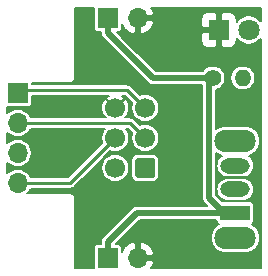
<source format=gbr>
%TF.GenerationSoftware,KiCad,Pcbnew,(5.1.8)-1*%
%TF.CreationDate,2021-11-16T13:30:18-08:00*%
%TF.ProjectId,ISPwPower,49535077-506f-4776-9572-2e6b69636164,rev?*%
%TF.SameCoordinates,Original*%
%TF.FileFunction,Copper,L1,Top*%
%TF.FilePolarity,Positive*%
%FSLAX46Y46*%
G04 Gerber Fmt 4.6, Leading zero omitted, Abs format (unit mm)*
G04 Created by KiCad (PCBNEW (5.1.8)-1) date 2021-11-16 13:30:18*
%MOMM*%
%LPD*%
G01*
G04 APERTURE LIST*
%TA.AperFunction,ComponentPad*%
%ADD10O,1.400000X1.400000*%
%TD*%
%TA.AperFunction,ComponentPad*%
%ADD11C,1.400000*%
%TD*%
%TA.AperFunction,ComponentPad*%
%ADD12R,1.700000X1.700000*%
%TD*%
%TA.AperFunction,ComponentPad*%
%ADD13O,1.700000X1.700000*%
%TD*%
%TA.AperFunction,ComponentPad*%
%ADD14R,1.800000X1.800000*%
%TD*%
%TA.AperFunction,ComponentPad*%
%ADD15C,1.800000*%
%TD*%
%TA.AperFunction,ComponentPad*%
%ADD16C,1.700000*%
%TD*%
%TA.AperFunction,ComponentPad*%
%ADD17R,2.500000X1.300000*%
%TD*%
%TA.AperFunction,ComponentPad*%
%ADD18O,2.500000X1.300000*%
%TD*%
%TA.AperFunction,ComponentPad*%
%ADD19O,3.500001X1.900000*%
%TD*%
%TA.AperFunction,ViaPad*%
%ADD20C,1.270000*%
%TD*%
%TA.AperFunction,Conductor*%
%ADD21C,0.254000*%
%TD*%
%TA.AperFunction,Conductor*%
%ADD22C,0.508000*%
%TD*%
%TA.AperFunction,Conductor*%
%ADD23C,0.177800*%
%TD*%
%TA.AperFunction,Conductor*%
%ADD24C,0.100000*%
%TD*%
G04 APERTURE END LIST*
D10*
%TO.P,R1,2*%
%TO.N,Net-(D1-Pad2)*%
X168910000Y-95250000D03*
D11*
%TO.P,R1,1*%
%TO.N,/Vin*%
X166370000Y-95250000D03*
%TD*%
D12*
%TO.P,J4,1*%
%TO.N,/RES*%
X149860000Y-96520000D03*
D13*
%TO.P,J4,2*%
%TO.N,/SCK*%
X149860000Y-99060000D03*
%TO.P,J4,3*%
%TO.N,/MISO*%
X149860000Y-101600000D03*
%TO.P,J4,4*%
%TO.N,/MOSI*%
X149860000Y-104140000D03*
%TD*%
D12*
%TO.P,J3,1*%
%TO.N,/Vin*%
X157480000Y-110490000D03*
D13*
%TO.P,J3,2*%
%TO.N,GND*%
X160020000Y-110490000D03*
%TD*%
D12*
%TO.P,J2,1*%
%TO.N,/Vin*%
X157480000Y-90170000D03*
D13*
%TO.P,J2,2*%
%TO.N,GND*%
X160020000Y-90170000D03*
%TD*%
D14*
%TO.P,D1,1*%
%TO.N,GND*%
X166878000Y-91186000D03*
D15*
%TO.P,D1,2*%
%TO.N,Net-(D1-Pad2)*%
X169418000Y-91186000D03*
%TD*%
D16*
%TO.P,J1,6*%
%TO.N,GND*%
X158115000Y-97790000D03*
%TO.P,J1,4*%
%TO.N,/MOSI*%
X158115000Y-100330000D03*
%TO.P,J1,2*%
%TO.N,+V*%
X158115000Y-102870000D03*
%TO.P,J1,5*%
%TO.N,/RES*%
X160655000Y-97790000D03*
%TO.P,J1,3*%
%TO.N,/SCK*%
X160655000Y-100330000D03*
%TO.P,J1,1*%
%TO.N,/MISO*%
%TA.AperFunction,ComponentPad*%
G36*
G01*
X161505000Y-102270000D02*
X161505000Y-103470000D01*
G75*
G02*
X161255000Y-103720000I-250000J0D01*
G01*
X160055000Y-103720000D01*
G75*
G02*
X159805000Y-103470000I0J250000D01*
G01*
X159805000Y-102270000D01*
G75*
G02*
X160055000Y-102020000I250000J0D01*
G01*
X161255000Y-102020000D01*
G75*
G02*
X161505000Y-102270000I0J-250000D01*
G01*
G37*
%TD.AperFunction*%
%TD*%
D17*
%TO.P,SW1,1*%
%TO.N,/Vin*%
X168275000Y-106680000D03*
D18*
%TO.P,SW1,2*%
%TO.N,+V*%
X168275000Y-104680000D03*
%TO.P,SW1,3*%
%TO.N,Net-(SW1-Pad3)*%
X168275000Y-102680000D03*
D19*
%TO.P,SW1,*%
%TO.N,*%
X168275000Y-108780000D03*
X168275000Y-100580000D03*
%TD*%
D20*
%TO.N,GND*%
X153035000Y-103124000D03*
%TD*%
D21*
%TO.N,/MOSI*%
X154305000Y-104140000D02*
X151130000Y-104140000D01*
X158115000Y-100330000D02*
X154305000Y-104140000D01*
X151130000Y-104140000D02*
X149860000Y-104140000D01*
%TO.N,/RES*%
X150114000Y-96266000D02*
X149860000Y-96520000D01*
X159131000Y-96266000D02*
X150114000Y-96266000D01*
X160655000Y-97790000D02*
X159131000Y-96266000D01*
%TO.N,/SCK*%
X149949799Y-99149799D02*
X149860000Y-99060000D01*
X160655000Y-100330000D02*
X159385000Y-99060000D01*
X159385000Y-99060000D02*
X149860000Y-99060000D01*
%TO.N,/MISO*%
X149670617Y-102057209D02*
X149860000Y-102057209D01*
D22*
%TO.N,/Vin*%
X157480000Y-110490000D02*
X157734000Y-110490000D01*
X157480000Y-110490000D02*
X157480000Y-109132000D01*
X159932000Y-106680000D02*
X157480000Y-109132000D01*
X168275000Y-106680000D02*
X159932000Y-106680000D01*
X167337790Y-106680000D02*
X168275000Y-106680000D01*
X166067790Y-105410000D02*
X167337790Y-106680000D01*
X166067790Y-95552210D02*
X166067790Y-105410000D01*
X166370000Y-95250000D02*
X166067790Y-95552210D01*
X157480000Y-91440000D02*
X157480000Y-90170000D01*
X161290000Y-95250000D02*
X157480000Y-91440000D01*
X166370000Y-95250000D02*
X161290000Y-95250000D01*
%TD*%
D23*
%TO.N,GND*%
X156285441Y-89320000D02*
X156285441Y-91020000D01*
X156292062Y-91087220D01*
X156311669Y-91151857D01*
X156343510Y-91211427D01*
X156386360Y-91263640D01*
X156438573Y-91306490D01*
X156498143Y-91338331D01*
X156562780Y-91357938D01*
X156630000Y-91364559D01*
X156883100Y-91364559D01*
X156883100Y-91410688D01*
X156880213Y-91440000D01*
X156883100Y-91469311D01*
X156883100Y-91469321D01*
X156891737Y-91557012D01*
X156925868Y-91669528D01*
X156981295Y-91773224D01*
X157017388Y-91817203D01*
X157055886Y-91864114D01*
X157078666Y-91882809D01*
X160847200Y-95651345D01*
X160865886Y-95674114D01*
X160888655Y-95692800D01*
X160888661Y-95692806D01*
X160951040Y-95743998D01*
X160956776Y-95748705D01*
X161060471Y-95804132D01*
X161172987Y-95838263D01*
X161260678Y-95846900D01*
X161260681Y-95846900D01*
X161290000Y-95849788D01*
X161319319Y-95846900D01*
X165470890Y-95846900D01*
X165470891Y-105380679D01*
X165468003Y-105410000D01*
X165479528Y-105527012D01*
X165513658Y-105639528D01*
X165569085Y-105743224D01*
X165624985Y-105811338D01*
X165643677Y-105834114D01*
X165666451Y-105852804D01*
X165896747Y-106083100D01*
X159961319Y-106083100D01*
X159932000Y-106080212D01*
X159902681Y-106083100D01*
X159902678Y-106083100D01*
X159814987Y-106091737D01*
X159702471Y-106125868D01*
X159598776Y-106181295D01*
X159530661Y-106237194D01*
X159530655Y-106237200D01*
X159507886Y-106255886D01*
X159489200Y-106278655D01*
X157078661Y-108689196D01*
X157055887Y-108707886D01*
X157037197Y-108730660D01*
X157037195Y-108730662D01*
X156981295Y-108798776D01*
X156925868Y-108902472D01*
X156891738Y-109014988D01*
X156880213Y-109132000D01*
X156883101Y-109161321D01*
X156883101Y-109295441D01*
X156630000Y-109295441D01*
X156562780Y-109302062D01*
X156498143Y-109321669D01*
X156438573Y-109353510D01*
X156386360Y-109396360D01*
X156343510Y-109448573D01*
X156311669Y-109508143D01*
X156292062Y-109572780D01*
X156285441Y-109640000D01*
X156285441Y-111340000D01*
X156288110Y-111367100D01*
X154697900Y-111367100D01*
X154697900Y-105429300D01*
X154699801Y-105410000D01*
X154692215Y-105332978D01*
X154669749Y-105258916D01*
X154633265Y-105190660D01*
X154584166Y-105130834D01*
X154524340Y-105081735D01*
X154456084Y-105045251D01*
X154382022Y-105022785D01*
X154324301Y-105017100D01*
X154305000Y-105015199D01*
X154285699Y-105017100D01*
X150669915Y-105017100D01*
X150786586Y-104900429D01*
X150917134Y-104705050D01*
X150956547Y-104609900D01*
X154281923Y-104609900D01*
X154305000Y-104612173D01*
X154328077Y-104609900D01*
X154397116Y-104603100D01*
X154485693Y-104576231D01*
X154567325Y-104532598D01*
X154638877Y-104473877D01*
X154653595Y-104455943D01*
X156357028Y-102752510D01*
X156922100Y-102752510D01*
X156922100Y-102987490D01*
X156967942Y-103217956D01*
X157057866Y-103435050D01*
X157188414Y-103630429D01*
X157354571Y-103796586D01*
X157549950Y-103927134D01*
X157767044Y-104017058D01*
X157997510Y-104062900D01*
X158232490Y-104062900D01*
X158462956Y-104017058D01*
X158680050Y-103927134D01*
X158875429Y-103796586D01*
X159041586Y-103630429D01*
X159172134Y-103435050D01*
X159262058Y-103217956D01*
X159307900Y-102987490D01*
X159307900Y-102752510D01*
X159262058Y-102522044D01*
X159172134Y-102304950D01*
X159148782Y-102270000D01*
X159460441Y-102270000D01*
X159460441Y-103470000D01*
X159471865Y-103585993D01*
X159505699Y-103697528D01*
X159560642Y-103800319D01*
X159634583Y-103890417D01*
X159724681Y-103964358D01*
X159827472Y-104019301D01*
X159939007Y-104053135D01*
X160055000Y-104064559D01*
X161255000Y-104064559D01*
X161370993Y-104053135D01*
X161482528Y-104019301D01*
X161585319Y-103964358D01*
X161675417Y-103890417D01*
X161749358Y-103800319D01*
X161804301Y-103697528D01*
X161838135Y-103585993D01*
X161849559Y-103470000D01*
X161849559Y-102270000D01*
X161838135Y-102154007D01*
X161804301Y-102042472D01*
X161749358Y-101939681D01*
X161675417Y-101849583D01*
X161585319Y-101775642D01*
X161482528Y-101720699D01*
X161370993Y-101686865D01*
X161255000Y-101675441D01*
X160055000Y-101675441D01*
X159939007Y-101686865D01*
X159827472Y-101720699D01*
X159724681Y-101775642D01*
X159634583Y-101849583D01*
X159560642Y-101939681D01*
X159505699Y-102042472D01*
X159471865Y-102154007D01*
X159460441Y-102270000D01*
X159148782Y-102270000D01*
X159041586Y-102109571D01*
X158875429Y-101943414D01*
X158680050Y-101812866D01*
X158462956Y-101722942D01*
X158232490Y-101677100D01*
X157997510Y-101677100D01*
X157767044Y-101722942D01*
X157549950Y-101812866D01*
X157354571Y-101943414D01*
X157188414Y-102109571D01*
X157057866Y-102304950D01*
X156967942Y-102522044D01*
X156922100Y-102752510D01*
X156357028Y-102752510D01*
X157671894Y-101437645D01*
X157767044Y-101477058D01*
X157997510Y-101522900D01*
X158232490Y-101522900D01*
X158462956Y-101477058D01*
X158680050Y-101387134D01*
X158875429Y-101256586D01*
X159041586Y-101090429D01*
X159172134Y-100895050D01*
X159262058Y-100677956D01*
X159307900Y-100447490D01*
X159307900Y-100212510D01*
X159262058Y-99982044D01*
X159172134Y-99764950D01*
X159041586Y-99569571D01*
X159001915Y-99529900D01*
X159190362Y-99529900D01*
X159547355Y-99886893D01*
X159507942Y-99982044D01*
X159462100Y-100212510D01*
X159462100Y-100447490D01*
X159507942Y-100677956D01*
X159597866Y-100895050D01*
X159728414Y-101090429D01*
X159894571Y-101256586D01*
X160089950Y-101387134D01*
X160307044Y-101477058D01*
X160537510Y-101522900D01*
X160772490Y-101522900D01*
X161002956Y-101477058D01*
X161220050Y-101387134D01*
X161415429Y-101256586D01*
X161581586Y-101090429D01*
X161712134Y-100895050D01*
X161802058Y-100677956D01*
X161847900Y-100447490D01*
X161847900Y-100212510D01*
X161802058Y-99982044D01*
X161712134Y-99764950D01*
X161581586Y-99569571D01*
X161415429Y-99403414D01*
X161220050Y-99272866D01*
X161002956Y-99182942D01*
X160772490Y-99137100D01*
X160537510Y-99137100D01*
X160307044Y-99182942D01*
X160211893Y-99222355D01*
X159733595Y-98744057D01*
X159718877Y-98726123D01*
X159647325Y-98667402D01*
X159565693Y-98623769D01*
X159477116Y-98596900D01*
X159408077Y-98590100D01*
X159385000Y-98587827D01*
X159361923Y-98590100D01*
X158933064Y-98590100D01*
X158910904Y-98567940D01*
X159092157Y-98484247D01*
X159208822Y-98280274D01*
X159283452Y-98057460D01*
X159313180Y-97824367D01*
X159296862Y-97589953D01*
X159235125Y-97363227D01*
X159130342Y-97152902D01*
X159092157Y-97095753D01*
X158910902Y-97012059D01*
X158132961Y-97790000D01*
X158147103Y-97804142D01*
X158129142Y-97822103D01*
X158115000Y-97807961D01*
X158100858Y-97822103D01*
X158082897Y-97804142D01*
X158097039Y-97790000D01*
X157319098Y-97012059D01*
X157137843Y-97095753D01*
X157021178Y-97299726D01*
X156946548Y-97522540D01*
X156916820Y-97755633D01*
X156933138Y-97990047D01*
X156994875Y-98216773D01*
X157099658Y-98427098D01*
X157137843Y-98484247D01*
X157319096Y-98567940D01*
X157296936Y-98590100D01*
X150956547Y-98590100D01*
X150917134Y-98494950D01*
X150786586Y-98299571D01*
X150620429Y-98133414D01*
X150425050Y-98002866D01*
X150207956Y-97912942D01*
X149977490Y-97867100D01*
X149742510Y-97867100D01*
X149512044Y-97912942D01*
X149294950Y-98002866D01*
X149099571Y-98133414D01*
X148982900Y-98250085D01*
X148982900Y-97711890D01*
X149010000Y-97714559D01*
X150710000Y-97714559D01*
X150777220Y-97707938D01*
X150841857Y-97688331D01*
X150901427Y-97656490D01*
X150953640Y-97613640D01*
X150996490Y-97561427D01*
X151028331Y-97501857D01*
X151047938Y-97437220D01*
X151054559Y-97370000D01*
X151054559Y-96735900D01*
X157555699Y-96735900D01*
X157477902Y-96774658D01*
X157420753Y-96812843D01*
X157337059Y-96994098D01*
X158115000Y-97772039D01*
X158892941Y-96994098D01*
X158809247Y-96812843D01*
X158674723Y-96735900D01*
X158936362Y-96735900D01*
X159547355Y-97346893D01*
X159507942Y-97442044D01*
X159462100Y-97672510D01*
X159462100Y-97907490D01*
X159507942Y-98137956D01*
X159597866Y-98355050D01*
X159728414Y-98550429D01*
X159894571Y-98716586D01*
X160089950Y-98847134D01*
X160307044Y-98937058D01*
X160537510Y-98982900D01*
X160772490Y-98982900D01*
X161002956Y-98937058D01*
X161220050Y-98847134D01*
X161415429Y-98716586D01*
X161581586Y-98550429D01*
X161712134Y-98355050D01*
X161802058Y-98137956D01*
X161847900Y-97907490D01*
X161847900Y-97672510D01*
X161802058Y-97442044D01*
X161712134Y-97224950D01*
X161581586Y-97029571D01*
X161415429Y-96863414D01*
X161220050Y-96732866D01*
X161002956Y-96642942D01*
X160772490Y-96597100D01*
X160537510Y-96597100D01*
X160307044Y-96642942D01*
X160211893Y-96682355D01*
X159479595Y-95950057D01*
X159464877Y-95932123D01*
X159393325Y-95873402D01*
X159311693Y-95829769D01*
X159223116Y-95802900D01*
X159154077Y-95796100D01*
X159131000Y-95793827D01*
X159107923Y-95796100D01*
X151054559Y-95796100D01*
X151054559Y-95670000D01*
X151051890Y-95642900D01*
X154285699Y-95642900D01*
X154305000Y-95644801D01*
X154324301Y-95642900D01*
X154382022Y-95637215D01*
X154456084Y-95614749D01*
X154524340Y-95578265D01*
X154584166Y-95529166D01*
X154633265Y-95469340D01*
X154669749Y-95401084D01*
X154692215Y-95327022D01*
X154699801Y-95250000D01*
X154697900Y-95230699D01*
X154697900Y-89292900D01*
X156288110Y-89292900D01*
X156285441Y-89320000D01*
%TA.AperFunction,Conductor*%
D24*
G36*
X156285441Y-89320000D02*
G01*
X156285441Y-91020000D01*
X156292062Y-91087220D01*
X156311669Y-91151857D01*
X156343510Y-91211427D01*
X156386360Y-91263640D01*
X156438573Y-91306490D01*
X156498143Y-91338331D01*
X156562780Y-91357938D01*
X156630000Y-91364559D01*
X156883100Y-91364559D01*
X156883100Y-91410688D01*
X156880213Y-91440000D01*
X156883100Y-91469311D01*
X156883100Y-91469321D01*
X156891737Y-91557012D01*
X156925868Y-91669528D01*
X156981295Y-91773224D01*
X157017388Y-91817203D01*
X157055886Y-91864114D01*
X157078666Y-91882809D01*
X160847200Y-95651345D01*
X160865886Y-95674114D01*
X160888655Y-95692800D01*
X160888661Y-95692806D01*
X160951040Y-95743998D01*
X160956776Y-95748705D01*
X161060471Y-95804132D01*
X161172987Y-95838263D01*
X161260678Y-95846900D01*
X161260681Y-95846900D01*
X161290000Y-95849788D01*
X161319319Y-95846900D01*
X165470890Y-95846900D01*
X165470891Y-105380679D01*
X165468003Y-105410000D01*
X165479528Y-105527012D01*
X165513658Y-105639528D01*
X165569085Y-105743224D01*
X165624985Y-105811338D01*
X165643677Y-105834114D01*
X165666451Y-105852804D01*
X165896747Y-106083100D01*
X159961319Y-106083100D01*
X159932000Y-106080212D01*
X159902681Y-106083100D01*
X159902678Y-106083100D01*
X159814987Y-106091737D01*
X159702471Y-106125868D01*
X159598776Y-106181295D01*
X159530661Y-106237194D01*
X159530655Y-106237200D01*
X159507886Y-106255886D01*
X159489200Y-106278655D01*
X157078661Y-108689196D01*
X157055887Y-108707886D01*
X157037197Y-108730660D01*
X157037195Y-108730662D01*
X156981295Y-108798776D01*
X156925868Y-108902472D01*
X156891738Y-109014988D01*
X156880213Y-109132000D01*
X156883101Y-109161321D01*
X156883101Y-109295441D01*
X156630000Y-109295441D01*
X156562780Y-109302062D01*
X156498143Y-109321669D01*
X156438573Y-109353510D01*
X156386360Y-109396360D01*
X156343510Y-109448573D01*
X156311669Y-109508143D01*
X156292062Y-109572780D01*
X156285441Y-109640000D01*
X156285441Y-111340000D01*
X156288110Y-111367100D01*
X154697900Y-111367100D01*
X154697900Y-105429300D01*
X154699801Y-105410000D01*
X154692215Y-105332978D01*
X154669749Y-105258916D01*
X154633265Y-105190660D01*
X154584166Y-105130834D01*
X154524340Y-105081735D01*
X154456084Y-105045251D01*
X154382022Y-105022785D01*
X154324301Y-105017100D01*
X154305000Y-105015199D01*
X154285699Y-105017100D01*
X150669915Y-105017100D01*
X150786586Y-104900429D01*
X150917134Y-104705050D01*
X150956547Y-104609900D01*
X154281923Y-104609900D01*
X154305000Y-104612173D01*
X154328077Y-104609900D01*
X154397116Y-104603100D01*
X154485693Y-104576231D01*
X154567325Y-104532598D01*
X154638877Y-104473877D01*
X154653595Y-104455943D01*
X156357028Y-102752510D01*
X156922100Y-102752510D01*
X156922100Y-102987490D01*
X156967942Y-103217956D01*
X157057866Y-103435050D01*
X157188414Y-103630429D01*
X157354571Y-103796586D01*
X157549950Y-103927134D01*
X157767044Y-104017058D01*
X157997510Y-104062900D01*
X158232490Y-104062900D01*
X158462956Y-104017058D01*
X158680050Y-103927134D01*
X158875429Y-103796586D01*
X159041586Y-103630429D01*
X159172134Y-103435050D01*
X159262058Y-103217956D01*
X159307900Y-102987490D01*
X159307900Y-102752510D01*
X159262058Y-102522044D01*
X159172134Y-102304950D01*
X159148782Y-102270000D01*
X159460441Y-102270000D01*
X159460441Y-103470000D01*
X159471865Y-103585993D01*
X159505699Y-103697528D01*
X159560642Y-103800319D01*
X159634583Y-103890417D01*
X159724681Y-103964358D01*
X159827472Y-104019301D01*
X159939007Y-104053135D01*
X160055000Y-104064559D01*
X161255000Y-104064559D01*
X161370993Y-104053135D01*
X161482528Y-104019301D01*
X161585319Y-103964358D01*
X161675417Y-103890417D01*
X161749358Y-103800319D01*
X161804301Y-103697528D01*
X161838135Y-103585993D01*
X161849559Y-103470000D01*
X161849559Y-102270000D01*
X161838135Y-102154007D01*
X161804301Y-102042472D01*
X161749358Y-101939681D01*
X161675417Y-101849583D01*
X161585319Y-101775642D01*
X161482528Y-101720699D01*
X161370993Y-101686865D01*
X161255000Y-101675441D01*
X160055000Y-101675441D01*
X159939007Y-101686865D01*
X159827472Y-101720699D01*
X159724681Y-101775642D01*
X159634583Y-101849583D01*
X159560642Y-101939681D01*
X159505699Y-102042472D01*
X159471865Y-102154007D01*
X159460441Y-102270000D01*
X159148782Y-102270000D01*
X159041586Y-102109571D01*
X158875429Y-101943414D01*
X158680050Y-101812866D01*
X158462956Y-101722942D01*
X158232490Y-101677100D01*
X157997510Y-101677100D01*
X157767044Y-101722942D01*
X157549950Y-101812866D01*
X157354571Y-101943414D01*
X157188414Y-102109571D01*
X157057866Y-102304950D01*
X156967942Y-102522044D01*
X156922100Y-102752510D01*
X156357028Y-102752510D01*
X157671894Y-101437645D01*
X157767044Y-101477058D01*
X157997510Y-101522900D01*
X158232490Y-101522900D01*
X158462956Y-101477058D01*
X158680050Y-101387134D01*
X158875429Y-101256586D01*
X159041586Y-101090429D01*
X159172134Y-100895050D01*
X159262058Y-100677956D01*
X159307900Y-100447490D01*
X159307900Y-100212510D01*
X159262058Y-99982044D01*
X159172134Y-99764950D01*
X159041586Y-99569571D01*
X159001915Y-99529900D01*
X159190362Y-99529900D01*
X159547355Y-99886893D01*
X159507942Y-99982044D01*
X159462100Y-100212510D01*
X159462100Y-100447490D01*
X159507942Y-100677956D01*
X159597866Y-100895050D01*
X159728414Y-101090429D01*
X159894571Y-101256586D01*
X160089950Y-101387134D01*
X160307044Y-101477058D01*
X160537510Y-101522900D01*
X160772490Y-101522900D01*
X161002956Y-101477058D01*
X161220050Y-101387134D01*
X161415429Y-101256586D01*
X161581586Y-101090429D01*
X161712134Y-100895050D01*
X161802058Y-100677956D01*
X161847900Y-100447490D01*
X161847900Y-100212510D01*
X161802058Y-99982044D01*
X161712134Y-99764950D01*
X161581586Y-99569571D01*
X161415429Y-99403414D01*
X161220050Y-99272866D01*
X161002956Y-99182942D01*
X160772490Y-99137100D01*
X160537510Y-99137100D01*
X160307044Y-99182942D01*
X160211893Y-99222355D01*
X159733595Y-98744057D01*
X159718877Y-98726123D01*
X159647325Y-98667402D01*
X159565693Y-98623769D01*
X159477116Y-98596900D01*
X159408077Y-98590100D01*
X159385000Y-98587827D01*
X159361923Y-98590100D01*
X158933064Y-98590100D01*
X158910904Y-98567940D01*
X159092157Y-98484247D01*
X159208822Y-98280274D01*
X159283452Y-98057460D01*
X159313180Y-97824367D01*
X159296862Y-97589953D01*
X159235125Y-97363227D01*
X159130342Y-97152902D01*
X159092157Y-97095753D01*
X158910902Y-97012059D01*
X158132961Y-97790000D01*
X158147103Y-97804142D01*
X158129142Y-97822103D01*
X158115000Y-97807961D01*
X158100858Y-97822103D01*
X158082897Y-97804142D01*
X158097039Y-97790000D01*
X157319098Y-97012059D01*
X157137843Y-97095753D01*
X157021178Y-97299726D01*
X156946548Y-97522540D01*
X156916820Y-97755633D01*
X156933138Y-97990047D01*
X156994875Y-98216773D01*
X157099658Y-98427098D01*
X157137843Y-98484247D01*
X157319096Y-98567940D01*
X157296936Y-98590100D01*
X150956547Y-98590100D01*
X150917134Y-98494950D01*
X150786586Y-98299571D01*
X150620429Y-98133414D01*
X150425050Y-98002866D01*
X150207956Y-97912942D01*
X149977490Y-97867100D01*
X149742510Y-97867100D01*
X149512044Y-97912942D01*
X149294950Y-98002866D01*
X149099571Y-98133414D01*
X148982900Y-98250085D01*
X148982900Y-97711890D01*
X149010000Y-97714559D01*
X150710000Y-97714559D01*
X150777220Y-97707938D01*
X150841857Y-97688331D01*
X150901427Y-97656490D01*
X150953640Y-97613640D01*
X150996490Y-97561427D01*
X151028331Y-97501857D01*
X151047938Y-97437220D01*
X151054559Y-97370000D01*
X151054559Y-96735900D01*
X157555699Y-96735900D01*
X157477902Y-96774658D01*
X157420753Y-96812843D01*
X157337059Y-96994098D01*
X158115000Y-97772039D01*
X158892941Y-96994098D01*
X158809247Y-96812843D01*
X158674723Y-96735900D01*
X158936362Y-96735900D01*
X159547355Y-97346893D01*
X159507942Y-97442044D01*
X159462100Y-97672510D01*
X159462100Y-97907490D01*
X159507942Y-98137956D01*
X159597866Y-98355050D01*
X159728414Y-98550429D01*
X159894571Y-98716586D01*
X160089950Y-98847134D01*
X160307044Y-98937058D01*
X160537510Y-98982900D01*
X160772490Y-98982900D01*
X161002956Y-98937058D01*
X161220050Y-98847134D01*
X161415429Y-98716586D01*
X161581586Y-98550429D01*
X161712134Y-98355050D01*
X161802058Y-98137956D01*
X161847900Y-97907490D01*
X161847900Y-97672510D01*
X161802058Y-97442044D01*
X161712134Y-97224950D01*
X161581586Y-97029571D01*
X161415429Y-96863414D01*
X161220050Y-96732866D01*
X161002956Y-96642942D01*
X160772490Y-96597100D01*
X160537510Y-96597100D01*
X160307044Y-96642942D01*
X160211893Y-96682355D01*
X159479595Y-95950057D01*
X159464877Y-95932123D01*
X159393325Y-95873402D01*
X159311693Y-95829769D01*
X159223116Y-95802900D01*
X159154077Y-95796100D01*
X159131000Y-95793827D01*
X159107923Y-95796100D01*
X151054559Y-95796100D01*
X151054559Y-95670000D01*
X151051890Y-95642900D01*
X154285699Y-95642900D01*
X154305000Y-95644801D01*
X154324301Y-95642900D01*
X154382022Y-95637215D01*
X154456084Y-95614749D01*
X154524340Y-95578265D01*
X154584166Y-95529166D01*
X154633265Y-95469340D01*
X154669749Y-95401084D01*
X154692215Y-95327022D01*
X154699801Y-95250000D01*
X154697900Y-95230699D01*
X154697900Y-89292900D01*
X156288110Y-89292900D01*
X156285441Y-89320000D01*
G37*
%TD.AperFunction*%
D23*
X170422100Y-90451580D02*
X170383424Y-90393697D01*
X170210303Y-90220576D01*
X170006734Y-90084556D01*
X169780541Y-89990864D01*
X169540415Y-89943100D01*
X169295585Y-89943100D01*
X169055459Y-89990864D01*
X168829266Y-90084556D01*
X168625697Y-90220576D01*
X168452576Y-90393697D01*
X168376697Y-90507258D01*
X168377788Y-90286000D01*
X168366263Y-90168987D01*
X168332132Y-90056471D01*
X168276705Y-89952776D01*
X168202114Y-89861886D01*
X168111224Y-89787295D01*
X168007529Y-89731868D01*
X167895013Y-89697737D01*
X167778000Y-89686212D01*
X167192325Y-89689100D01*
X167043100Y-89838325D01*
X167043100Y-91020900D01*
X167063100Y-91020900D01*
X167063100Y-91351100D01*
X167043100Y-91351100D01*
X167043100Y-92533675D01*
X167192325Y-92682900D01*
X167778000Y-92685788D01*
X167895013Y-92674263D01*
X168007529Y-92640132D01*
X168111224Y-92584705D01*
X168202114Y-92510114D01*
X168276705Y-92419224D01*
X168332132Y-92315529D01*
X168366263Y-92203013D01*
X168377788Y-92086000D01*
X168376697Y-91864742D01*
X168452576Y-91978303D01*
X168625697Y-92151424D01*
X168829266Y-92287444D01*
X169055459Y-92381136D01*
X169295585Y-92428900D01*
X169540415Y-92428900D01*
X169780541Y-92381136D01*
X170006734Y-92287444D01*
X170210303Y-92151424D01*
X170383424Y-91978303D01*
X170422100Y-91920420D01*
X170422101Y-111367100D01*
X161168731Y-111367100D01*
X161311465Y-111142423D01*
X161413931Y-110877935D01*
X161308231Y-110655100D01*
X160185100Y-110655100D01*
X160185100Y-110675100D01*
X159854900Y-110675100D01*
X159854900Y-110655100D01*
X159834900Y-110655100D01*
X159834900Y-110324900D01*
X159854900Y-110324900D01*
X159854900Y-109202870D01*
X160185100Y-109202870D01*
X160185100Y-110324900D01*
X161308231Y-110324900D01*
X161413931Y-110102065D01*
X161311465Y-109837577D01*
X161159368Y-109598161D01*
X160963486Y-109393018D01*
X160731347Y-109230031D01*
X160471871Y-109115464D01*
X160407934Y-109096075D01*
X160185100Y-109202870D01*
X159854900Y-109202870D01*
X159632066Y-109096075D01*
X159568129Y-109115464D01*
X159308653Y-109230031D01*
X159076514Y-109393018D01*
X158880632Y-109598161D01*
X158728535Y-109837577D01*
X158674559Y-109976901D01*
X158674559Y-109640000D01*
X158667938Y-109572780D01*
X158648331Y-109508143D01*
X158616490Y-109448573D01*
X158573640Y-109396360D01*
X158521427Y-109353510D01*
X158461857Y-109321669D01*
X158397220Y-109302062D01*
X158330000Y-109295441D01*
X158160702Y-109295441D01*
X160179245Y-107276900D01*
X166680441Y-107276900D01*
X166680441Y-107330000D01*
X166687062Y-107397220D01*
X166706669Y-107461857D01*
X166738510Y-107521427D01*
X166781360Y-107573640D01*
X166833573Y-107616490D01*
X166871324Y-107636668D01*
X166753228Y-107699792D01*
X166556359Y-107861359D01*
X166394792Y-108058228D01*
X166274737Y-108282835D01*
X166200808Y-108526547D01*
X166175845Y-108780000D01*
X166200808Y-109033453D01*
X166274737Y-109277165D01*
X166394792Y-109501772D01*
X166556359Y-109698641D01*
X166753228Y-109860208D01*
X166977835Y-109980263D01*
X167221547Y-110054192D01*
X167411492Y-110072900D01*
X169138508Y-110072900D01*
X169328453Y-110054192D01*
X169572165Y-109980263D01*
X169796772Y-109860208D01*
X169993641Y-109698641D01*
X170155208Y-109501772D01*
X170275263Y-109277165D01*
X170349192Y-109033453D01*
X170374155Y-108780000D01*
X170349192Y-108526547D01*
X170275263Y-108282835D01*
X170155208Y-108058228D01*
X169993641Y-107861359D01*
X169796772Y-107699792D01*
X169678676Y-107636668D01*
X169716427Y-107616490D01*
X169768640Y-107573640D01*
X169811490Y-107521427D01*
X169843331Y-107461857D01*
X169862938Y-107397220D01*
X169869559Y-107330000D01*
X169869559Y-106030000D01*
X169862938Y-105962780D01*
X169843331Y-105898143D01*
X169811490Y-105838573D01*
X169768640Y-105786360D01*
X169716427Y-105743510D01*
X169656857Y-105711669D01*
X169592220Y-105692062D01*
X169525000Y-105685441D01*
X167187375Y-105685441D01*
X166664690Y-105162757D01*
X166664690Y-104680000D01*
X166677296Y-104680000D01*
X166696467Y-104874642D01*
X166753242Y-105061805D01*
X166845439Y-105234295D01*
X166969517Y-105385483D01*
X167120705Y-105509561D01*
X167293195Y-105601758D01*
X167480358Y-105658533D01*
X167626225Y-105672900D01*
X168923775Y-105672900D01*
X169069642Y-105658533D01*
X169256805Y-105601758D01*
X169429295Y-105509561D01*
X169580483Y-105385483D01*
X169704561Y-105234295D01*
X169796758Y-105061805D01*
X169853533Y-104874642D01*
X169872704Y-104680000D01*
X169853533Y-104485358D01*
X169796758Y-104298195D01*
X169704561Y-104125705D01*
X169580483Y-103974517D01*
X169429295Y-103850439D01*
X169256805Y-103758242D01*
X169069642Y-103701467D01*
X168923775Y-103687100D01*
X167626225Y-103687100D01*
X167480358Y-103701467D01*
X167293195Y-103758242D01*
X167120705Y-103850439D01*
X166969517Y-103974517D01*
X166845439Y-104125705D01*
X166753242Y-104298195D01*
X166696467Y-104485358D01*
X166677296Y-104680000D01*
X166664690Y-104680000D01*
X166664690Y-101587546D01*
X166753228Y-101660208D01*
X166977835Y-101780263D01*
X167152736Y-101833318D01*
X167120705Y-101850439D01*
X166969517Y-101974517D01*
X166845439Y-102125705D01*
X166753242Y-102298195D01*
X166696467Y-102485358D01*
X166677296Y-102680000D01*
X166696467Y-102874642D01*
X166753242Y-103061805D01*
X166845439Y-103234295D01*
X166969517Y-103385483D01*
X167120705Y-103509561D01*
X167293195Y-103601758D01*
X167480358Y-103658533D01*
X167626225Y-103672900D01*
X168923775Y-103672900D01*
X169069642Y-103658533D01*
X169256805Y-103601758D01*
X169429295Y-103509561D01*
X169580483Y-103385483D01*
X169704561Y-103234295D01*
X169796758Y-103061805D01*
X169853533Y-102874642D01*
X169872704Y-102680000D01*
X169853533Y-102485358D01*
X169796758Y-102298195D01*
X169704561Y-102125705D01*
X169580483Y-101974517D01*
X169429295Y-101850439D01*
X169397264Y-101833318D01*
X169572165Y-101780263D01*
X169796772Y-101660208D01*
X169993641Y-101498641D01*
X170155208Y-101301772D01*
X170275263Y-101077165D01*
X170349192Y-100833453D01*
X170374155Y-100580000D01*
X170349192Y-100326547D01*
X170275263Y-100082835D01*
X170155208Y-99858228D01*
X169993641Y-99661359D01*
X169796772Y-99499792D01*
X169572165Y-99379737D01*
X169328453Y-99305808D01*
X169138508Y-99287100D01*
X167411492Y-99287100D01*
X167221547Y-99305808D01*
X166977835Y-99379737D01*
X166753228Y-99499792D01*
X166664690Y-99572454D01*
X166664690Y-96254714D01*
X166674203Y-96252822D01*
X166863998Y-96174206D01*
X167034810Y-96060073D01*
X167180073Y-95914810D01*
X167294206Y-95743998D01*
X167372822Y-95554203D01*
X167412900Y-95352717D01*
X167412900Y-95147283D01*
X167867100Y-95147283D01*
X167867100Y-95352717D01*
X167907178Y-95554203D01*
X167985794Y-95743998D01*
X168099927Y-95914810D01*
X168245190Y-96060073D01*
X168416002Y-96174206D01*
X168605797Y-96252822D01*
X168807283Y-96292900D01*
X169012717Y-96292900D01*
X169214203Y-96252822D01*
X169403998Y-96174206D01*
X169574810Y-96060073D01*
X169720073Y-95914810D01*
X169834206Y-95743998D01*
X169912822Y-95554203D01*
X169952900Y-95352717D01*
X169952900Y-95147283D01*
X169912822Y-94945797D01*
X169834206Y-94756002D01*
X169720073Y-94585190D01*
X169574810Y-94439927D01*
X169403998Y-94325794D01*
X169214203Y-94247178D01*
X169012717Y-94207100D01*
X168807283Y-94207100D01*
X168605797Y-94247178D01*
X168416002Y-94325794D01*
X168245190Y-94439927D01*
X168099927Y-94585190D01*
X167985794Y-94756002D01*
X167907178Y-94945797D01*
X167867100Y-95147283D01*
X167412900Y-95147283D01*
X167372822Y-94945797D01*
X167294206Y-94756002D01*
X167180073Y-94585190D01*
X167034810Y-94439927D01*
X166863998Y-94325794D01*
X166674203Y-94247178D01*
X166472717Y-94207100D01*
X166267283Y-94207100D01*
X166065797Y-94247178D01*
X165876002Y-94325794D01*
X165705190Y-94439927D01*
X165559927Y-94585190D01*
X165514551Y-94653100D01*
X161537245Y-94653100D01*
X158970144Y-92086000D01*
X165378212Y-92086000D01*
X165389737Y-92203013D01*
X165423868Y-92315529D01*
X165479295Y-92419224D01*
X165553886Y-92510114D01*
X165644776Y-92584705D01*
X165748471Y-92640132D01*
X165860987Y-92674263D01*
X165978000Y-92685788D01*
X166563675Y-92682900D01*
X166712900Y-92533675D01*
X166712900Y-91351100D01*
X165530325Y-91351100D01*
X165381100Y-91500325D01*
X165378212Y-92086000D01*
X158970144Y-92086000D01*
X158248702Y-91364559D01*
X158330000Y-91364559D01*
X158397220Y-91357938D01*
X158461857Y-91338331D01*
X158521427Y-91306490D01*
X158573640Y-91263640D01*
X158616490Y-91211427D01*
X158648331Y-91151857D01*
X158667938Y-91087220D01*
X158674559Y-91020000D01*
X158674559Y-90683099D01*
X158728535Y-90822423D01*
X158880632Y-91061839D01*
X159076514Y-91266982D01*
X159308653Y-91429969D01*
X159568129Y-91544536D01*
X159632066Y-91563925D01*
X159854900Y-91457130D01*
X159854900Y-90335100D01*
X160185100Y-90335100D01*
X160185100Y-91457130D01*
X160407934Y-91563925D01*
X160471871Y-91544536D01*
X160731347Y-91429969D01*
X160963486Y-91266982D01*
X161159368Y-91061839D01*
X161311465Y-90822423D01*
X161413931Y-90557935D01*
X161308231Y-90335100D01*
X160185100Y-90335100D01*
X159854900Y-90335100D01*
X159834900Y-90335100D01*
X159834900Y-90286000D01*
X165378212Y-90286000D01*
X165381100Y-90871675D01*
X165530325Y-91020900D01*
X166712900Y-91020900D01*
X166712900Y-89838325D01*
X166563675Y-89689100D01*
X165978000Y-89686212D01*
X165860987Y-89697737D01*
X165748471Y-89731868D01*
X165644776Y-89787295D01*
X165553886Y-89861886D01*
X165479295Y-89952776D01*
X165423868Y-90056471D01*
X165389737Y-90168987D01*
X165378212Y-90286000D01*
X159834900Y-90286000D01*
X159834900Y-90004900D01*
X159854900Y-90004900D01*
X159854900Y-89984900D01*
X160185100Y-89984900D01*
X160185100Y-90004900D01*
X161308231Y-90004900D01*
X161413931Y-89782065D01*
X161311465Y-89517577D01*
X161168731Y-89292900D01*
X170422100Y-89292900D01*
X170422100Y-90451580D01*
%TA.AperFunction,Conductor*%
D24*
G36*
X170422100Y-90451580D02*
G01*
X170383424Y-90393697D01*
X170210303Y-90220576D01*
X170006734Y-90084556D01*
X169780541Y-89990864D01*
X169540415Y-89943100D01*
X169295585Y-89943100D01*
X169055459Y-89990864D01*
X168829266Y-90084556D01*
X168625697Y-90220576D01*
X168452576Y-90393697D01*
X168376697Y-90507258D01*
X168377788Y-90286000D01*
X168366263Y-90168987D01*
X168332132Y-90056471D01*
X168276705Y-89952776D01*
X168202114Y-89861886D01*
X168111224Y-89787295D01*
X168007529Y-89731868D01*
X167895013Y-89697737D01*
X167778000Y-89686212D01*
X167192325Y-89689100D01*
X167043100Y-89838325D01*
X167043100Y-91020900D01*
X167063100Y-91020900D01*
X167063100Y-91351100D01*
X167043100Y-91351100D01*
X167043100Y-92533675D01*
X167192325Y-92682900D01*
X167778000Y-92685788D01*
X167895013Y-92674263D01*
X168007529Y-92640132D01*
X168111224Y-92584705D01*
X168202114Y-92510114D01*
X168276705Y-92419224D01*
X168332132Y-92315529D01*
X168366263Y-92203013D01*
X168377788Y-92086000D01*
X168376697Y-91864742D01*
X168452576Y-91978303D01*
X168625697Y-92151424D01*
X168829266Y-92287444D01*
X169055459Y-92381136D01*
X169295585Y-92428900D01*
X169540415Y-92428900D01*
X169780541Y-92381136D01*
X170006734Y-92287444D01*
X170210303Y-92151424D01*
X170383424Y-91978303D01*
X170422100Y-91920420D01*
X170422101Y-111367100D01*
X161168731Y-111367100D01*
X161311465Y-111142423D01*
X161413931Y-110877935D01*
X161308231Y-110655100D01*
X160185100Y-110655100D01*
X160185100Y-110675100D01*
X159854900Y-110675100D01*
X159854900Y-110655100D01*
X159834900Y-110655100D01*
X159834900Y-110324900D01*
X159854900Y-110324900D01*
X159854900Y-109202870D01*
X160185100Y-109202870D01*
X160185100Y-110324900D01*
X161308231Y-110324900D01*
X161413931Y-110102065D01*
X161311465Y-109837577D01*
X161159368Y-109598161D01*
X160963486Y-109393018D01*
X160731347Y-109230031D01*
X160471871Y-109115464D01*
X160407934Y-109096075D01*
X160185100Y-109202870D01*
X159854900Y-109202870D01*
X159632066Y-109096075D01*
X159568129Y-109115464D01*
X159308653Y-109230031D01*
X159076514Y-109393018D01*
X158880632Y-109598161D01*
X158728535Y-109837577D01*
X158674559Y-109976901D01*
X158674559Y-109640000D01*
X158667938Y-109572780D01*
X158648331Y-109508143D01*
X158616490Y-109448573D01*
X158573640Y-109396360D01*
X158521427Y-109353510D01*
X158461857Y-109321669D01*
X158397220Y-109302062D01*
X158330000Y-109295441D01*
X158160702Y-109295441D01*
X160179245Y-107276900D01*
X166680441Y-107276900D01*
X166680441Y-107330000D01*
X166687062Y-107397220D01*
X166706669Y-107461857D01*
X166738510Y-107521427D01*
X166781360Y-107573640D01*
X166833573Y-107616490D01*
X166871324Y-107636668D01*
X166753228Y-107699792D01*
X166556359Y-107861359D01*
X166394792Y-108058228D01*
X166274737Y-108282835D01*
X166200808Y-108526547D01*
X166175845Y-108780000D01*
X166200808Y-109033453D01*
X166274737Y-109277165D01*
X166394792Y-109501772D01*
X166556359Y-109698641D01*
X166753228Y-109860208D01*
X166977835Y-109980263D01*
X167221547Y-110054192D01*
X167411492Y-110072900D01*
X169138508Y-110072900D01*
X169328453Y-110054192D01*
X169572165Y-109980263D01*
X169796772Y-109860208D01*
X169993641Y-109698641D01*
X170155208Y-109501772D01*
X170275263Y-109277165D01*
X170349192Y-109033453D01*
X170374155Y-108780000D01*
X170349192Y-108526547D01*
X170275263Y-108282835D01*
X170155208Y-108058228D01*
X169993641Y-107861359D01*
X169796772Y-107699792D01*
X169678676Y-107636668D01*
X169716427Y-107616490D01*
X169768640Y-107573640D01*
X169811490Y-107521427D01*
X169843331Y-107461857D01*
X169862938Y-107397220D01*
X169869559Y-107330000D01*
X169869559Y-106030000D01*
X169862938Y-105962780D01*
X169843331Y-105898143D01*
X169811490Y-105838573D01*
X169768640Y-105786360D01*
X169716427Y-105743510D01*
X169656857Y-105711669D01*
X169592220Y-105692062D01*
X169525000Y-105685441D01*
X167187375Y-105685441D01*
X166664690Y-105162757D01*
X166664690Y-104680000D01*
X166677296Y-104680000D01*
X166696467Y-104874642D01*
X166753242Y-105061805D01*
X166845439Y-105234295D01*
X166969517Y-105385483D01*
X167120705Y-105509561D01*
X167293195Y-105601758D01*
X167480358Y-105658533D01*
X167626225Y-105672900D01*
X168923775Y-105672900D01*
X169069642Y-105658533D01*
X169256805Y-105601758D01*
X169429295Y-105509561D01*
X169580483Y-105385483D01*
X169704561Y-105234295D01*
X169796758Y-105061805D01*
X169853533Y-104874642D01*
X169872704Y-104680000D01*
X169853533Y-104485358D01*
X169796758Y-104298195D01*
X169704561Y-104125705D01*
X169580483Y-103974517D01*
X169429295Y-103850439D01*
X169256805Y-103758242D01*
X169069642Y-103701467D01*
X168923775Y-103687100D01*
X167626225Y-103687100D01*
X167480358Y-103701467D01*
X167293195Y-103758242D01*
X167120705Y-103850439D01*
X166969517Y-103974517D01*
X166845439Y-104125705D01*
X166753242Y-104298195D01*
X166696467Y-104485358D01*
X166677296Y-104680000D01*
X166664690Y-104680000D01*
X166664690Y-101587546D01*
X166753228Y-101660208D01*
X166977835Y-101780263D01*
X167152736Y-101833318D01*
X167120705Y-101850439D01*
X166969517Y-101974517D01*
X166845439Y-102125705D01*
X166753242Y-102298195D01*
X166696467Y-102485358D01*
X166677296Y-102680000D01*
X166696467Y-102874642D01*
X166753242Y-103061805D01*
X166845439Y-103234295D01*
X166969517Y-103385483D01*
X167120705Y-103509561D01*
X167293195Y-103601758D01*
X167480358Y-103658533D01*
X167626225Y-103672900D01*
X168923775Y-103672900D01*
X169069642Y-103658533D01*
X169256805Y-103601758D01*
X169429295Y-103509561D01*
X169580483Y-103385483D01*
X169704561Y-103234295D01*
X169796758Y-103061805D01*
X169853533Y-102874642D01*
X169872704Y-102680000D01*
X169853533Y-102485358D01*
X169796758Y-102298195D01*
X169704561Y-102125705D01*
X169580483Y-101974517D01*
X169429295Y-101850439D01*
X169397264Y-101833318D01*
X169572165Y-101780263D01*
X169796772Y-101660208D01*
X169993641Y-101498641D01*
X170155208Y-101301772D01*
X170275263Y-101077165D01*
X170349192Y-100833453D01*
X170374155Y-100580000D01*
X170349192Y-100326547D01*
X170275263Y-100082835D01*
X170155208Y-99858228D01*
X169993641Y-99661359D01*
X169796772Y-99499792D01*
X169572165Y-99379737D01*
X169328453Y-99305808D01*
X169138508Y-99287100D01*
X167411492Y-99287100D01*
X167221547Y-99305808D01*
X166977835Y-99379737D01*
X166753228Y-99499792D01*
X166664690Y-99572454D01*
X166664690Y-96254714D01*
X166674203Y-96252822D01*
X166863998Y-96174206D01*
X167034810Y-96060073D01*
X167180073Y-95914810D01*
X167294206Y-95743998D01*
X167372822Y-95554203D01*
X167412900Y-95352717D01*
X167412900Y-95147283D01*
X167867100Y-95147283D01*
X167867100Y-95352717D01*
X167907178Y-95554203D01*
X167985794Y-95743998D01*
X168099927Y-95914810D01*
X168245190Y-96060073D01*
X168416002Y-96174206D01*
X168605797Y-96252822D01*
X168807283Y-96292900D01*
X169012717Y-96292900D01*
X169214203Y-96252822D01*
X169403998Y-96174206D01*
X169574810Y-96060073D01*
X169720073Y-95914810D01*
X169834206Y-95743998D01*
X169912822Y-95554203D01*
X169952900Y-95352717D01*
X169952900Y-95147283D01*
X169912822Y-94945797D01*
X169834206Y-94756002D01*
X169720073Y-94585190D01*
X169574810Y-94439927D01*
X169403998Y-94325794D01*
X169214203Y-94247178D01*
X169012717Y-94207100D01*
X168807283Y-94207100D01*
X168605797Y-94247178D01*
X168416002Y-94325794D01*
X168245190Y-94439927D01*
X168099927Y-94585190D01*
X167985794Y-94756002D01*
X167907178Y-94945797D01*
X167867100Y-95147283D01*
X167412900Y-95147283D01*
X167372822Y-94945797D01*
X167294206Y-94756002D01*
X167180073Y-94585190D01*
X167034810Y-94439927D01*
X166863998Y-94325794D01*
X166674203Y-94247178D01*
X166472717Y-94207100D01*
X166267283Y-94207100D01*
X166065797Y-94247178D01*
X165876002Y-94325794D01*
X165705190Y-94439927D01*
X165559927Y-94585190D01*
X165514551Y-94653100D01*
X161537245Y-94653100D01*
X158970144Y-92086000D01*
X165378212Y-92086000D01*
X165389737Y-92203013D01*
X165423868Y-92315529D01*
X165479295Y-92419224D01*
X165553886Y-92510114D01*
X165644776Y-92584705D01*
X165748471Y-92640132D01*
X165860987Y-92674263D01*
X165978000Y-92685788D01*
X166563675Y-92682900D01*
X166712900Y-92533675D01*
X166712900Y-91351100D01*
X165530325Y-91351100D01*
X165381100Y-91500325D01*
X165378212Y-92086000D01*
X158970144Y-92086000D01*
X158248702Y-91364559D01*
X158330000Y-91364559D01*
X158397220Y-91357938D01*
X158461857Y-91338331D01*
X158521427Y-91306490D01*
X158573640Y-91263640D01*
X158616490Y-91211427D01*
X158648331Y-91151857D01*
X158667938Y-91087220D01*
X158674559Y-91020000D01*
X158674559Y-90683099D01*
X158728535Y-90822423D01*
X158880632Y-91061839D01*
X159076514Y-91266982D01*
X159308653Y-91429969D01*
X159568129Y-91544536D01*
X159632066Y-91563925D01*
X159854900Y-91457130D01*
X159854900Y-90335100D01*
X160185100Y-90335100D01*
X160185100Y-91457130D01*
X160407934Y-91563925D01*
X160471871Y-91544536D01*
X160731347Y-91429969D01*
X160963486Y-91266982D01*
X161159368Y-91061839D01*
X161311465Y-90822423D01*
X161413931Y-90557935D01*
X161308231Y-90335100D01*
X160185100Y-90335100D01*
X159854900Y-90335100D01*
X159834900Y-90335100D01*
X159834900Y-90286000D01*
X165378212Y-90286000D01*
X165381100Y-90871675D01*
X165530325Y-91020900D01*
X166712900Y-91020900D01*
X166712900Y-89838325D01*
X166563675Y-89689100D01*
X165978000Y-89686212D01*
X165860987Y-89697737D01*
X165748471Y-89731868D01*
X165644776Y-89787295D01*
X165553886Y-89861886D01*
X165479295Y-89952776D01*
X165423868Y-90056471D01*
X165389737Y-90168987D01*
X165378212Y-90286000D01*
X159834900Y-90286000D01*
X159834900Y-90004900D01*
X159854900Y-90004900D01*
X159854900Y-89984900D01*
X160185100Y-89984900D01*
X160185100Y-90004900D01*
X161308231Y-90004900D01*
X161413931Y-89782065D01*
X161311465Y-89517577D01*
X161168731Y-89292900D01*
X170422100Y-89292900D01*
X170422100Y-90451580D01*
G37*
%TD.AperFunction*%
D23*
X157188414Y-99569571D02*
X157057866Y-99764950D01*
X156967942Y-99982044D01*
X156922100Y-100212510D01*
X156922100Y-100447490D01*
X156967942Y-100677956D01*
X157007355Y-100773106D01*
X154110362Y-103670100D01*
X150956547Y-103670100D01*
X150917134Y-103574950D01*
X150786586Y-103379571D01*
X150620429Y-103213414D01*
X150425050Y-103082866D01*
X150207956Y-102992942D01*
X149977490Y-102947100D01*
X149742510Y-102947100D01*
X149512044Y-102992942D01*
X149294950Y-103082866D01*
X149099571Y-103213414D01*
X148982900Y-103330085D01*
X148982900Y-102409915D01*
X149099571Y-102526586D01*
X149294950Y-102657134D01*
X149512044Y-102747058D01*
X149742510Y-102792900D01*
X149977490Y-102792900D01*
X150207956Y-102747058D01*
X150425050Y-102657134D01*
X150620429Y-102526586D01*
X150786586Y-102360429D01*
X150917134Y-102165050D01*
X151007058Y-101947956D01*
X151052900Y-101717490D01*
X151052900Y-101482510D01*
X151007058Y-101252044D01*
X150917134Y-101034950D01*
X150786586Y-100839571D01*
X150620429Y-100673414D01*
X150425050Y-100542866D01*
X150207956Y-100452942D01*
X149977490Y-100407100D01*
X149742510Y-100407100D01*
X149512044Y-100452942D01*
X149294950Y-100542866D01*
X149099571Y-100673414D01*
X148982900Y-100790085D01*
X148982900Y-99869915D01*
X149099571Y-99986586D01*
X149294950Y-100117134D01*
X149512044Y-100207058D01*
X149742510Y-100252900D01*
X149977490Y-100252900D01*
X150207956Y-100207058D01*
X150425050Y-100117134D01*
X150620429Y-99986586D01*
X150786586Y-99820429D01*
X150917134Y-99625050D01*
X150956547Y-99529900D01*
X157228085Y-99529900D01*
X157188414Y-99569571D01*
%TA.AperFunction,Conductor*%
D24*
G36*
X157188414Y-99569571D02*
G01*
X157057866Y-99764950D01*
X156967942Y-99982044D01*
X156922100Y-100212510D01*
X156922100Y-100447490D01*
X156967942Y-100677956D01*
X157007355Y-100773106D01*
X154110362Y-103670100D01*
X150956547Y-103670100D01*
X150917134Y-103574950D01*
X150786586Y-103379571D01*
X150620429Y-103213414D01*
X150425050Y-103082866D01*
X150207956Y-102992942D01*
X149977490Y-102947100D01*
X149742510Y-102947100D01*
X149512044Y-102992942D01*
X149294950Y-103082866D01*
X149099571Y-103213414D01*
X148982900Y-103330085D01*
X148982900Y-102409915D01*
X149099571Y-102526586D01*
X149294950Y-102657134D01*
X149512044Y-102747058D01*
X149742510Y-102792900D01*
X149977490Y-102792900D01*
X150207956Y-102747058D01*
X150425050Y-102657134D01*
X150620429Y-102526586D01*
X150786586Y-102360429D01*
X150917134Y-102165050D01*
X151007058Y-101947956D01*
X151052900Y-101717490D01*
X151052900Y-101482510D01*
X151007058Y-101252044D01*
X150917134Y-101034950D01*
X150786586Y-100839571D01*
X150620429Y-100673414D01*
X150425050Y-100542866D01*
X150207956Y-100452942D01*
X149977490Y-100407100D01*
X149742510Y-100407100D01*
X149512044Y-100452942D01*
X149294950Y-100542866D01*
X149099571Y-100673414D01*
X148982900Y-100790085D01*
X148982900Y-99869915D01*
X149099571Y-99986586D01*
X149294950Y-100117134D01*
X149512044Y-100207058D01*
X149742510Y-100252900D01*
X149977490Y-100252900D01*
X150207956Y-100207058D01*
X150425050Y-100117134D01*
X150620429Y-99986586D01*
X150786586Y-99820429D01*
X150917134Y-99625050D01*
X150956547Y-99529900D01*
X157228085Y-99529900D01*
X157188414Y-99569571D01*
G37*
%TD.AperFunction*%
%TD*%
M02*

</source>
